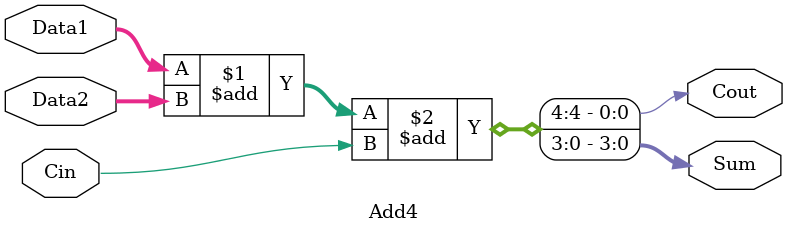
<source format=v>
module Add4 (				//module and name 

  input [3:0] Data1, Data2,		// I. Port Declarations 

  input Cin, 

  output Cout, 

  output wire [3:0] Sum ); 

 

  assign {Cout, Sum} = Data1 + Data2 + Cin; 

   

endmodule

</source>
